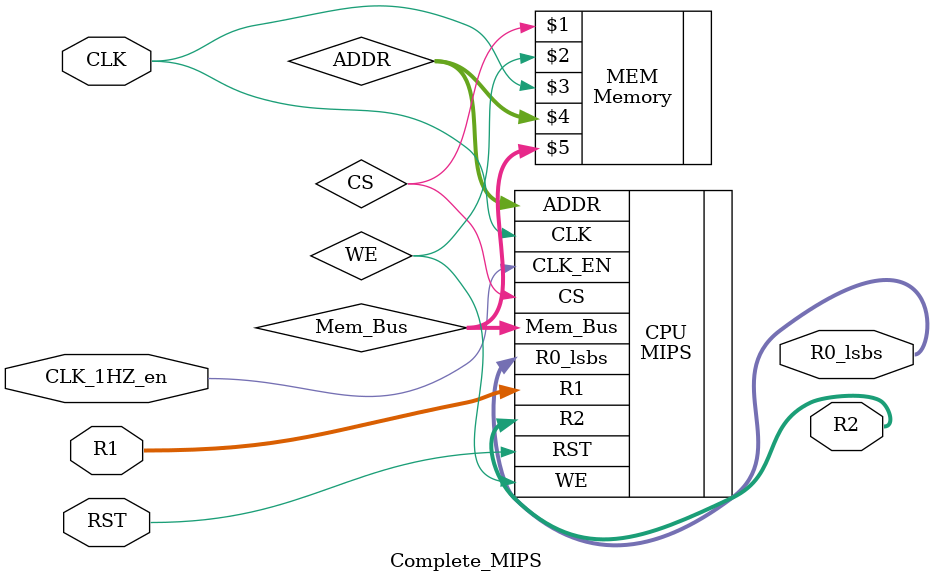
<source format=v>
module Complete_MIPS( input CLK,
                      input CLK_1HZ_en, 
                      input RST,
                      input [31:0] R1, 
                      output [7:0] R0_lsbs, 
                      output [31:0] R2);

/* Will need to be modified to add functioality */ 

wire CS, WE; 
wire [31:0] ADDR, Mem_Bus;

MIPS CPU(.CLK(CLK), .CLK_EN(CLK_1HZ_en), 
         .RST(RST), .R1(R1), .CS(CS),
         .WE(WE), .ADDR(ADDR), 
         .R0_lsbs(R0_lsbs), .R2(R2), .Mem_Bus(Mem_Bus));
         
Memory MEM(CS, WE, CLK, ADDR, Mem_Bus);

endmodule
</source>
